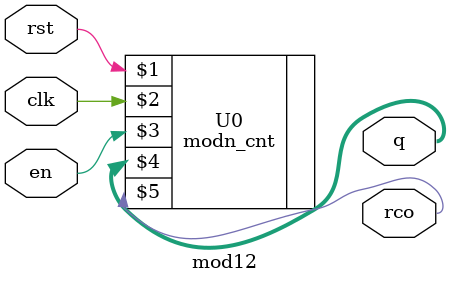
<source format=v>



module mod12 (rst, clk, en, q, rco);

input wire clk, en, rst;
output wire [3:0] q;
output wire rco;


modn_cnt #(4, 12) U0 (rst, clk, en, q[3:0], rco); // mod12

endmodule

</source>
